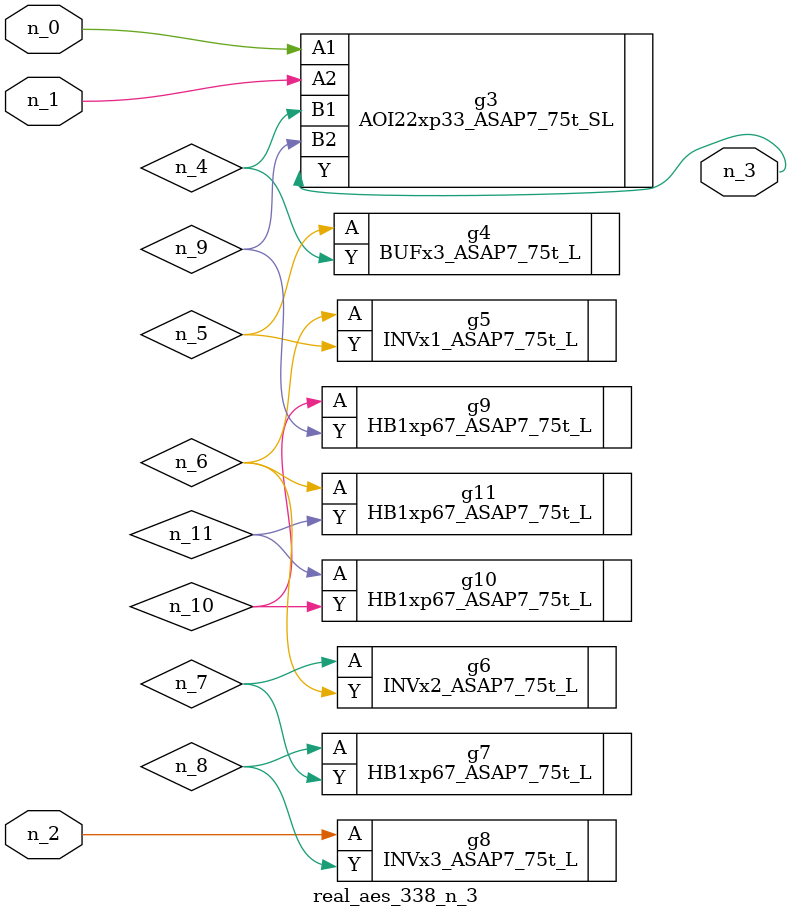
<source format=v>
module real_aes_338_n_3 (n_0, n_2, n_1, n_3);
input n_0;
input n_2;
input n_1;
output n_3;
wire n_4;
wire n_5;
wire n_7;
wire n_9;
wire n_6;
wire n_8;
wire n_10;
wire n_11;
AOI22xp33_ASAP7_75t_SL g3 ( .A1(n_0), .A2(n_1), .B1(n_4), .B2(n_9), .Y(n_3) );
INVx3_ASAP7_75t_L g8 ( .A(n_2), .Y(n_8) );
BUFx3_ASAP7_75t_L g4 ( .A(n_5), .Y(n_4) );
INVx1_ASAP7_75t_L g5 ( .A(n_6), .Y(n_5) );
HB1xp67_ASAP7_75t_L g11 ( .A(n_6), .Y(n_11) );
INVx2_ASAP7_75t_L g6 ( .A(n_7), .Y(n_6) );
HB1xp67_ASAP7_75t_L g7 ( .A(n_8), .Y(n_7) );
HB1xp67_ASAP7_75t_L g9 ( .A(n_10), .Y(n_9) );
HB1xp67_ASAP7_75t_L g10 ( .A(n_11), .Y(n_10) );
endmodule
</source>
